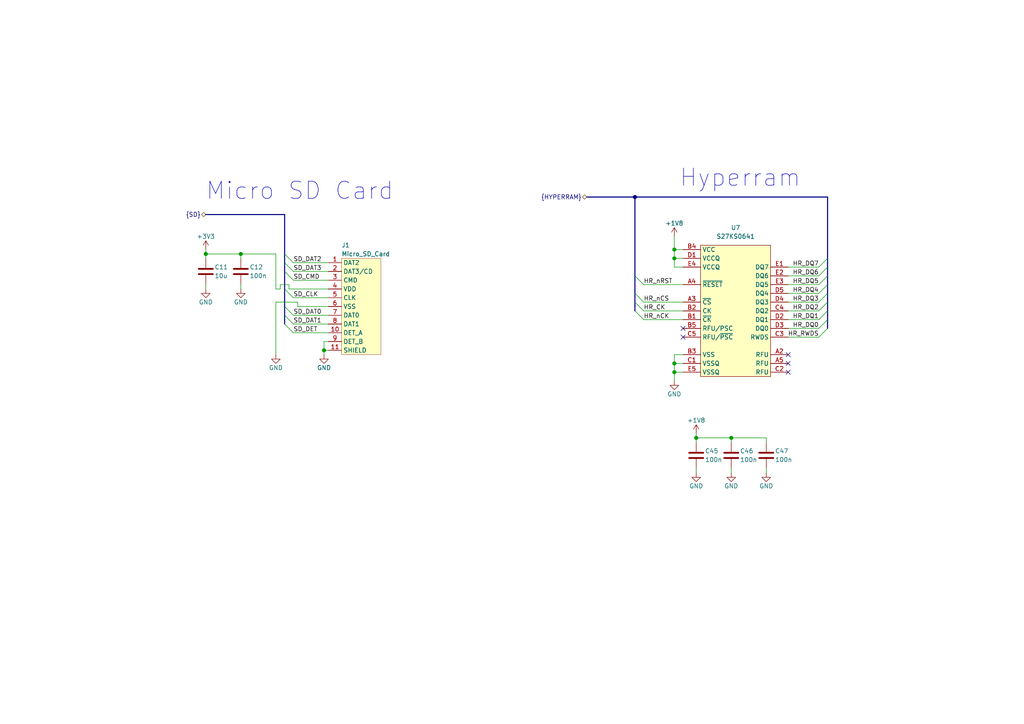
<source format=kicad_sch>
(kicad_sch (version 20201015) (generator eeschema)
  (paper "A4")
  (title_block (title "ECP5 Mini") (date "2020-12-27") (rev "0.2") (company "Josh Johnson"))
  (lib_symbols
    (symbol "Device:C" (pin_numbers hide) (pin_names (offset 0.254))
      (property "Reference" "C" (at 0.635 2.54 0))
      (property "Value" "C" (at 0.635 -2.54 0))
      (symbol "C_0_1"
        (polyline (pts (xy -2.032 -0.762) (xy 2.032 -0.762)) (stroke (width 0.508)))
        (polyline (pts (xy -2.032 0.762) (xy 2.032 0.762)) (stroke (width 0.508)))
      )
      (symbol "C_1_1"
        (pin passive line (at 0 3.81 270) (length 2.794) (name "~") (number "1"))
        (pin passive line (at 0 -3.81 90) (length 2.794) (name "~") (number "2"))
      )
    )
    (symbol "josh-connector:Micro_SD_Card"
      (property "Reference" "J" (at -3.81 16.51 0))
      (property "Value" "Micro_SD_Card" (at 8.89 13.97 0))
      (symbol "Micro_SD_Card_0_1"
        (rectangle (start -5.08 12.7) (end 6.35 -15.24) (stroke (width 0.001)) (fill (type background)))
      )
      (symbol "Micro_SD_Card_1_1"
        (pin bidirectional line (at -8.89 11.43 0) (length 3.81) (name "DAT2") (number "1"))
        (pin passive line (at -8.89 -8.89 0) (length 3.81) (name "DET_A") (number "10"))
        (pin passive line (at -8.89 -13.97 0) (length 3.81) (name "SHIELD") (number "11"))
        (pin bidirectional line (at -8.89 8.89 0) (length 3.81) (name "DAT3/CD") (number "2"))
        (pin input line (at -8.89 6.35 0) (length 3.81) (name "CMD") (number "3"))
        (pin power_in line (at -8.89 3.81 0) (length 3.81) (name "VDD") (number "4"))
        (pin input line (at -8.89 1.27 0) (length 3.81) (name "CLK") (number "5"))
        (pin power_in line (at -8.89 -1.27 0) (length 3.81) (name "VSS") (number "6"))
        (pin bidirectional line (at -8.89 -3.81 0) (length 3.81) (name "DAT0") (number "7"))
        (pin bidirectional line (at -8.89 -6.35 0) (length 3.81) (name "DAT1") (number "8"))
        (pin passive line (at -8.89 -11.43 0) (length 3.81) (name "DET_B") (number "9"))
      )
    )
    (symbol "josh-memory:S27KL0641"
      (property "Reference" "U" (at 0 20.32 0))
      (property "Value" "S27KL0641" (at 0 -20.32 0))
      (symbol "S27KL0641_0_1"
        (rectangle (start -10.16 19.05) (end 10.16 -19.05) (fill (type background)))
      )
      (symbol "S27KL0641_1_1"
        (pin passive line (at 15.24 -12.7 180) (length 5.08) (name "RFU") (number "A2"))
        (pin input line (at -15.24 2.54 0) (length 5.08) (name "~CS") (number "A3"))
        (pin input line (at -15.24 7.62 0) (length 5.08) (name "~RESET") (number "A4"))
        (pin passive line (at 15.24 -15.24 180) (length 5.08) (name "RFU") (number "A5"))
        (pin input line (at -15.24 -2.54 0) (length 5.08) (name "~CK") (number "B1"))
        (pin input line (at -15.24 0 0) (length 5.08) (name "CK") (number "B2"))
        (pin power_in line (at -15.24 -12.7 0) (length 5.08) (name "VSS") (number "B3"))
        (pin power_in line (at -15.24 17.78 0) (length 5.08) (name "VCC") (number "B4"))
        (pin input line (at -15.24 -5.08 0) (length 5.08) (name "RFU/PSC") (number "B5"))
        (pin power_in line (at -15.24 -15.24 0) (length 5.08) (name "VSSQ") (number "C1"))
        (pin passive line (at 15.24 -17.78 180) (length 5.08) (name "RFU") (number "C2"))
        (pin bidirectional line (at 15.24 -7.62 180) (length 5.08) (name "RWDS") (number "C3"))
        (pin bidirectional line (at 15.24 0 180) (length 5.08) (name "DQ2") (number "C4"))
        (pin input line (at -15.24 -7.62 0) (length 5.08) (name "RFU/~PSC") (number "C5"))
        (pin power_in line (at -15.24 15.24 0) (length 5.08) (name "VCCQ") (number "D1"))
        (pin bidirectional line (at 15.24 -2.54 180) (length 5.08) (name "DQ1") (number "D2"))
        (pin bidirectional line (at 15.24 -5.08 180) (length 5.08) (name "DQ0") (number "D3"))
        (pin bidirectional line (at 15.24 2.54 180) (length 5.08) (name "DQ3") (number "D4"))
        (pin bidirectional line (at 15.24 5.08 180) (length 5.08) (name "DQ4") (number "D5"))
        (pin bidirectional line (at 15.24 12.7 180) (length 5.08) (name "DQ7") (number "E1"))
        (pin bidirectional line (at 15.24 10.16 180) (length 5.08) (name "DQ6") (number "E2"))
        (pin bidirectional line (at 15.24 7.62 180) (length 5.08) (name "DQ5") (number "E3"))
        (pin power_in line (at -15.24 12.7 0) (length 5.08) (name "VCCQ") (number "E4"))
        (pin power_in line (at -15.24 -17.78 0) (length 5.08) (name "VSSQ") (number "E5"))
      )
    )
    (symbol "power:+1V8" (power) (pin_names (offset 0))
      (property "Value" "+1V8" (at 0 3.556 0))
      (symbol "+1V8_0_1"
        (polyline (pts (xy -0.762 1.27) (xy 0 2.54)))
        (polyline (pts (xy 0 0) (xy 0 2.54)))
        (polyline (pts (xy 0 2.54) (xy 0.762 1.27)))
      )
      (symbol "+1V8_1_1"
        (pin power_in line (at 0 0 90) (length 0) hide (name "+1V8") (number "1"))
      )
    )
    (symbol "power:+3V3" (power) (pin_names (offset 0))
      (property "Value" "+3V3" (at 0 3.556 0))
      (symbol "+3V3_0_1"
        (polyline (pts (xy -0.762 1.27) (xy 0 2.54)))
        (polyline (pts (xy 0 0) (xy 0 2.54)))
        (polyline (pts (xy 0 2.54) (xy 0.762 1.27)))
      )
      (symbol "+3V3_1_1"
        (pin power_in line (at 0 0 90) (length 0) hide (name "+3V3") (number "1"))
      )
    )
    (symbol "power:GND" (power) (pin_names (offset 0))
      (property "Value" "GND" (at 0 -3.81 0))
      (symbol "GND_0_1"
        (polyline (pts (xy 0 0) (xy 0 -1.27) (xy 1.27 -1.27) (xy 0 -2.54) (xy -1.27 -1.27) (xy 0 -1.27)))
      )
      (symbol "GND_1_1"
        (pin power_in line (at 0 0 270) (length 0) hide (name "GND") (number "1"))
      )
    )
  )
  (junction (at 59.69 73.66) (diameter 1.016))
  (junction (at 69.85 73.66) (diameter 1.016))
  (junction (at 93.98 101.6) (diameter 1.016))
  (junction (at 195.58 72.39) (diameter 1.016))
  (junction (at 195.58 74.93) (diameter 1.016))
  (junction (at 195.58 105.41) (diameter 1.016))
  (junction (at 195.58 107.95) (diameter 1.016))
  (junction (at 201.93 127) (diameter 1.016))
  (junction (at 212.09 127) (diameter 1.016))
  (junction (at 184.15 57.15) (diameter 1.016))
  (no_connect (at 228.6 107.95))
  (no_connect (at 228.6 102.87))
  (no_connect (at 198.12 97.79))
  (no_connect (at 228.6 105.41))
  (no_connect (at 198.12 95.25))
  (bus_entry (at 82.55 73.66) (size 2.54 2.54) (stroke (width 0.1524)))
  (bus_entry (at 82.55 76.2) (size 2.54 2.54) (stroke (width 0.1524)))
  (bus_entry (at 82.55 78.74) (size 2.54 2.54) (stroke (width 0.1524)))
  (bus_entry (at 82.55 83.82) (size 2.54 2.54) (stroke (width 0.1524)))
  (bus_entry (at 82.55 88.9) (size 2.54 2.54) (stroke (width 0.1524)))
  (bus_entry (at 82.55 91.44) (size 2.54 2.54) (stroke (width 0.1524)))
  (bus_entry (at 82.55 93.98) (size 2.54 2.54) (stroke (width 0.1524)))
  (bus_entry (at 184.15 80.01) (size 2.54 2.54) (stroke (width 0.1524)))
  (bus_entry (at 184.15 85.09) (size 2.54 2.54) (stroke (width 0.1524)))
  (bus_entry (at 184.15 87.63) (size 2.54 2.54) (stroke (width 0.1524)))
  (bus_entry (at 186.69 92.71) (size -2.54 -2.54) (stroke (width 0.1524)))
  (bus_entry (at 237.49 77.47) (size 2.54 -2.54) (stroke (width 0.1524)))
  (bus_entry (at 237.49 80.01) (size 2.54 -2.54) (stroke (width 0.1524)))
  (bus_entry (at 237.49 82.55) (size 2.54 -2.54) (stroke (width 0.1524)))
  (bus_entry (at 237.49 85.09) (size 2.54 -2.54) (stroke (width 0.1524)))
  (bus_entry (at 237.49 87.63) (size 2.54 -2.54) (stroke (width 0.1524)))
  (bus_entry (at 237.49 90.17) (size 2.54 -2.54) (stroke (width 0.1524)))
  (bus_entry (at 237.49 92.71) (size 2.54 -2.54) (stroke (width 0.1524)))
  (bus_entry (at 237.49 95.25) (size 2.54 -2.54) (stroke (width 0.1524)))
  (bus_entry (at 237.49 97.79) (size 2.54 -2.54) (stroke (width 0.1524)))
  (wire (pts (xy 59.69 72.39) (xy 59.69 73.66)))
  (wire (pts (xy 59.69 73.66) (xy 59.69 74.93)))
  (wire (pts (xy 59.69 82.55) (xy 59.69 83.82)))
  (wire (pts (xy 69.85 73.66) (xy 59.69 73.66)))
  (wire (pts (xy 69.85 73.66) (xy 69.85 74.93)))
  (wire (pts (xy 69.85 73.66) (xy 80.01 73.66)))
  (wire (pts (xy 69.85 82.55) (xy 69.85 83.82)))
  (wire (pts (xy 80.01 73.66) (xy 80.01 83.82)))
  (wire (pts (xy 80.01 87.63) (xy 80.01 102.87)))
  (wire (pts (xy 81.28 82.55) (xy 81.28 83.82)))
  (wire (pts (xy 81.28 82.55) (xy 83.82 82.55)))
  (wire (pts (xy 81.28 83.82) (xy 80.01 83.82)))
  (wire (pts (xy 83.82 83.82) (xy 83.82 82.55)))
  (wire (pts (xy 85.09 76.2) (xy 95.25 76.2)))
  (wire (pts (xy 85.09 78.74) (xy 95.25 78.74)))
  (wire (pts (xy 85.09 81.28) (xy 95.25 81.28)))
  (wire (pts (xy 85.09 86.36) (xy 95.25 86.36)))
  (wire (pts (xy 85.09 91.44) (xy 95.25 91.44)))
  (wire (pts (xy 85.09 93.98) (xy 95.25 93.98)))
  (wire (pts (xy 85.09 96.52) (xy 95.25 96.52)))
  (wire (pts (xy 86.36 87.63) (xy 80.01 87.63)))
  (wire (pts (xy 86.36 88.9) (xy 86.36 87.63)))
  (wire (pts (xy 86.36 88.9) (xy 95.25 88.9)))
  (wire (pts (xy 93.98 99.06) (xy 93.98 101.6)))
  (wire (pts (xy 93.98 101.6) (xy 93.98 102.87)))
  (wire (pts (xy 95.25 83.82) (xy 83.82 83.82)))
  (wire (pts (xy 95.25 99.06) (xy 93.98 99.06)))
  (wire (pts (xy 95.25 101.6) (xy 93.98 101.6)))
  (wire (pts (xy 186.69 82.55) (xy 198.12 82.55)))
  (wire (pts (xy 186.69 87.63) (xy 198.12 87.63)))
  (wire (pts (xy 186.69 90.17) (xy 198.12 90.17)))
  (wire (pts (xy 186.69 92.71) (xy 198.12 92.71)))
  (wire (pts (xy 195.58 68.58) (xy 195.58 72.39)))
  (wire (pts (xy 195.58 72.39) (xy 195.58 74.93)))
  (wire (pts (xy 195.58 72.39) (xy 198.12 72.39)))
  (wire (pts (xy 195.58 74.93) (xy 195.58 77.47)))
  (wire (pts (xy 195.58 74.93) (xy 198.12 74.93)))
  (wire (pts (xy 195.58 77.47) (xy 198.12 77.47)))
  (wire (pts (xy 195.58 102.87) (xy 195.58 105.41)))
  (wire (pts (xy 195.58 105.41) (xy 195.58 107.95)))
  (wire (pts (xy 195.58 107.95) (xy 195.58 110.49)))
  (wire (pts (xy 195.58 107.95) (xy 198.12 107.95)))
  (wire (pts (xy 198.12 102.87) (xy 195.58 102.87)))
  (wire (pts (xy 198.12 105.41) (xy 195.58 105.41)))
  (wire (pts (xy 201.93 125.73) (xy 201.93 127)))
  (wire (pts (xy 201.93 127) (xy 201.93 128.27)))
  (wire (pts (xy 201.93 135.89) (xy 201.93 137.16)))
  (wire (pts (xy 212.09 127) (xy 201.93 127)))
  (wire (pts (xy 212.09 127) (xy 212.09 128.27)))
  (wire (pts (xy 212.09 127) (xy 222.25 127)))
  (wire (pts (xy 212.09 135.89) (xy 212.09 137.16)))
  (wire (pts (xy 222.25 127) (xy 222.25 128.27)))
  (wire (pts (xy 222.25 135.89) (xy 222.25 137.16)))
  (wire (pts (xy 228.6 77.47) (xy 237.49 77.47)))
  (wire (pts (xy 228.6 80.01) (xy 237.49 80.01)))
  (wire (pts (xy 228.6 82.55) (xy 237.49 82.55)))
  (wire (pts (xy 228.6 85.09) (xy 237.49 85.09)))
  (wire (pts (xy 228.6 87.63) (xy 237.49 87.63)))
  (wire (pts (xy 228.6 90.17) (xy 237.49 90.17)))
  (wire (pts (xy 228.6 92.71) (xy 237.49 92.71)))
  (wire (pts (xy 228.6 95.25) (xy 237.49 95.25)))
  (wire (pts (xy 228.6 97.79) (xy 237.49 97.79)))
  (bus (pts (xy 59.69 62.23) (xy 82.55 62.23)))
  (bus (pts (xy 82.55 73.66) (xy 82.55 62.23)))
  (bus (pts (xy 82.55 73.66) (xy 82.55 76.2)))
  (bus (pts (xy 82.55 76.2) (xy 82.55 78.74)))
  (bus (pts (xy 82.55 78.74) (xy 82.55 83.82)))
  (bus (pts (xy 82.55 83.82) (xy 82.55 88.9)))
  (bus (pts (xy 82.55 88.9) (xy 82.55 91.44)))
  (bus (pts (xy 82.55 91.44) (xy 82.55 93.98)))
  (bus (pts (xy 170.18 57.15) (xy 184.15 57.15)))
  (bus (pts (xy 184.15 57.15) (xy 184.15 80.01)))
  (bus (pts (xy 184.15 57.15) (xy 240.03 57.15)))
  (bus (pts (xy 184.15 80.01) (xy 184.15 85.09)))
  (bus (pts (xy 184.15 85.09) (xy 184.15 87.63)))
  (bus (pts (xy 184.15 87.63) (xy 184.15 90.17)))
  (bus (pts (xy 240.03 57.15) (xy 240.03 74.93)))
  (bus (pts (xy 240.03 74.93) (xy 240.03 77.47)))
  (bus (pts (xy 240.03 77.47) (xy 240.03 80.01)))
  (bus (pts (xy 240.03 80.01) (xy 240.03 82.55)))
  (bus (pts (xy 240.03 82.55) (xy 240.03 85.09)))
  (bus (pts (xy 240.03 85.09) (xy 240.03 87.63)))
  (bus (pts (xy 240.03 87.63) (xy 240.03 90.17)))
  (bus (pts (xy 240.03 90.17) (xy 240.03 92.71)))
  (bus (pts (xy 240.03 92.71) (xy 240.03 95.25)))
  (text "Micro SD Card" (at 114.3 58.42 180) (effects (font (size 5 5)) (justify right bottom)))
  (text "Hyperram" (at 232.41 54.61 180) (effects (font (size 5 5)) (justify right bottom)))
  (label "SD_DAT2" (at 85.09 76.2 0))
  (label "SD_DAT3" (at 85.09 78.74 0))
  (label "SD_CMD" (at 85.09 81.28 0))
  (label "SD_CLK" (at 85.09 86.36 0))
  (label "SD_DAT0" (at 85.09 91.44 0))
  (label "SD_DAT1" (at 85.09 93.98 0))
  (label "SD_DET" (at 85.09 96.52 0))
  (label "HR_nRST" (at 186.69 82.55 0))
  (label "HR_nCS" (at 186.69 87.63 0))
  (label "HR_CK" (at 186.69 90.17 0))
  (label "HR_nCK" (at 186.69 92.71 0))
  (label "HR_DQ7" (at 237.49 77.47 180))
  (label "HR_DQ6" (at 237.49 80.01 180))
  (label "HR_DQ5" (at 237.49 82.55 180))
  (label "HR_DQ4" (at 237.49 85.09 180))
  (label "HR_DQ3" (at 237.49 87.63 180))
  (label "HR_DQ2" (at 237.49 90.17 180))
  (label "HR_DQ1" (at 237.49 92.71 180))
  (label "HR_DQ0" (at 237.49 95.25 180))
  (label "HR_RWDS" (at 237.49 97.79 180))
  (hierarchical_label "{SD}" (shape bidirectional) (at 59.69 62.23 180))
  (hierarchical_label "{HYPERRAM}" (shape bidirectional) (at 170.18 57.15 180))
  (symbol (lib_id "power:+3V3") (at 59.69 72.39 0) (unit 1)
    (property "Reference" "#PWR0121" (effects hide))
    (property "Value" "+3V3" (at 59.69 68.58 0))
  )
  (symbol (lib_id "power:+1V8") (at 195.58 68.58 0) (unit 1)
    (property "Reference" "#PWR04" (effects hide))
    (property "Value" "+1V8" (at 195.58 64.77 0))
  )
  (symbol (lib_id "power:+1V8") (at 201.93 125.73 0) (unit 1)
    (property "Reference" "#PWR0147" (effects hide))
    (property "Value" "+1V8" (at 201.93 121.92 0))
  )
  (symbol (lib_id "power:GND") (at 59.69 83.82 0) (unit 1)
    (property "Reference" "#PWR0122" (effects hide))
    (property "Value" "GND" (at 59.69 87.63 0))
  )
  (symbol (lib_id "power:GND") (at 69.85 83.82 0) (unit 1)
    (property "Reference" "#PWR0123" (effects hide))
    (property "Value" "GND" (at 69.85 87.63 0))
  )
  (symbol (lib_id "power:GND") (at 80.01 102.87 0) (unit 1)
    (property "Reference" "#PWR0120" (effects hide))
    (property "Value" "GND" (at 80.01 106.68 0))
  )
  (symbol (lib_id "power:GND") (at 93.98 102.87 0) (unit 1)
    (property "Reference" "#PWR0119" (effects hide))
    (property "Value" "GND" (at 93.98 106.68 0))
  )
  (symbol (lib_id "power:GND") (at 195.58 110.49 0) (unit 1)
    (property "Reference" "#PWR047" (effects hide))
    (property "Value" "GND" (at 195.58 114.3 0))
  )
  (symbol (lib_id "power:GND") (at 201.93 137.16 0) (unit 1)
    (property "Reference" "#PWR049" (effects hide))
    (property "Value" "GND" (at 201.93 140.97 0))
  )
  (symbol (lib_id "power:GND") (at 212.09 137.16 0) (unit 1)
    (property "Reference" "#PWR050" (effects hide))
    (property "Value" "GND" (at 212.09 140.97 0))
  )
  (symbol (lib_id "power:GND") (at 222.25 137.16 0) (unit 1)
    (property "Reference" "#PWR051" (effects hide))
    (property "Value" "GND" (at 222.25 140.97 0))
  )
  (symbol (lib_id "Device:C") (at 59.69 78.74 0) (unit 1)
    (property "Reference" "C11" (at 62.23 77.47 0) (effects (justify left)))
    (property "Value" "10u" (at 62.23 80.01 0) (effects (justify left)))
    (property "Footprint" "Capacitor_SMD:C_0603_1608Metric" (effects hide))
    (property "LCSC" "C92487" (effects hide))
    (property "MPN" "CL10A106MO8NQNC" (effects hide))
    (property "Manufacturer" "Samsung Electro-Mechanics" (effects hide))
  )
  (symbol (lib_id "Device:C") (at 69.85 78.74 0) (unit 1)
    (property "Reference" "C12" (at 72.39 77.47 0) (effects (justify left)))
    (property "Value" "100n" (at 72.39 80.01 0) (effects (justify left)))
    (property "Footprint" "Capacitor_SMD:C_0402_1005Metric" (effects hide))
    (property "LCSC" "C1525" (effects hide))
    (property "MPN" "CL05B104KO5NNNC" (effects hide))
    (property "Manufacturer" "Samsung Electro-Mechanics" (effects hide))
  )
  (symbol (lib_id "Device:C") (at 201.93 132.08 0) (unit 1)
    (property "Reference" "C45" (at 204.47 130.81 0) (effects (justify left)))
    (property "Value" "100n" (at 204.47 133.35 0) (effects (justify left)))
    (property "Footprint" "Capacitor_SMD:C_0402_1005Metric" (effects hide))
    (property "LCSC" "C1525" (effects hide))
    (property "MPN" "CL05B104KO5NNNC" (effects hide))
    (property "Manufacturer" "Samsung Electro-Mechanics" (effects hide))
  )
  (symbol (lib_id "Device:C") (at 212.09 132.08 0) (unit 1)
    (property "Reference" "C46" (at 214.63 130.81 0) (effects (justify left)))
    (property "Value" "100n" (at 214.63 133.35 0) (effects (justify left)))
    (property "Footprint" "Capacitor_SMD:C_0402_1005Metric" (effects hide))
    (property "LCSC" "C1525" (effects hide))
    (property "MPN" "CL05B104KO5NNNC" (effects hide))
    (property "Manufacturer" "Samsung Electro-Mechanics" (effects hide))
  )
  (symbol (lib_id "Device:C") (at 222.25 132.08 0) (unit 1)
    (property "Reference" "C47" (at 224.79 130.81 0) (effects (justify left)))
    (property "Value" "100n" (at 224.79 133.35 0) (effects (justify left)))
    (property "Footprint" "Capacitor_SMD:C_0402_1005Metric" (effects hide))
    (property "LCSC" "C1525" (effects hide))
    (property "MPN" "CL05B104KO5NNNC" (effects hide))
    (property "Manufacturer" "Samsung Electro-Mechanics" (effects hide))
  )
  (symbol (lib_id "josh-connector:Micro_SD_Card") (at 104.14 87.63 0) (unit 1)
    (property "Reference" "J1" (at 99.06 71.12 0) (effects (justify left)))
    (property "Value" "Micro_SD_Card" (at 99.06 73.66 0) (effects (justify left)))
    (property "Footprint" "josh-mechanical:microSD_HC_Molex_104031-0811" (effects hide))
    (property "MPN" "104031-0811 " (effects hide))
    (property "Manufacturer" "Molex" (effects hide))
    (property "LCSC" "C585350" (effects hide))
  )
  (symbol (lib_id "josh-memory:S27KL0641") (at 213.36 90.17 0) (unit 1)
    (property "Reference" "U7" (at 213.36 66.04 0))
    (property "Value" "S27KS0641" (at 213.36 68.58 0))
    (property "Footprint" "josh-bga:BGA-24_5x5_6.0x8.0mm" (effects hide))
    (property "MPN" "S27KS0641" (effects hide))
    (property "Manufacturer" "Cypress Semiconductor" (effects hide))
  )
)
</source>
